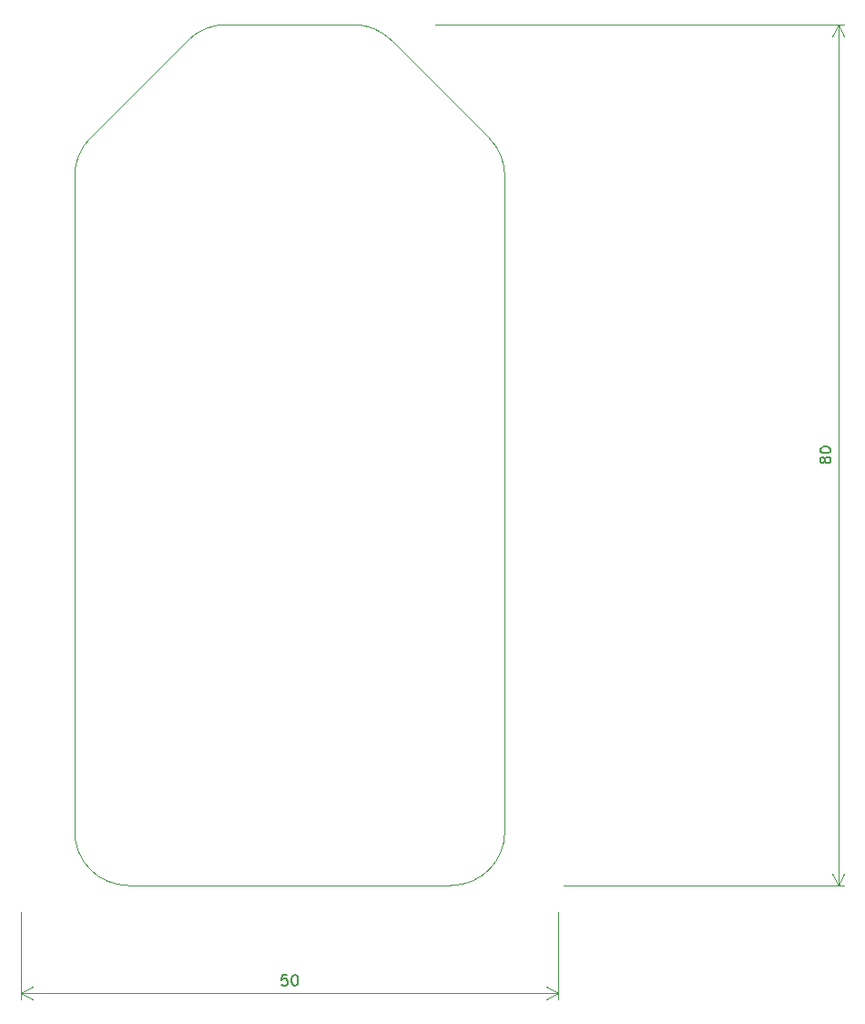
<source format=gbr>
%TF.GenerationSoftware,KiCad,Pcbnew,9.0.0*%
%TF.CreationDate,2025-11-26T08:39:50+02:00*%
%TF.ProjectId,Start_Stop_Remote,53746172-745f-4537-946f-705f52656d6f,rev?*%
%TF.SameCoordinates,Original*%
%TF.FileFunction,Profile,NP*%
%FSLAX46Y46*%
G04 Gerber Fmt 4.6, Leading zero omitted, Abs format (unit mm)*
G04 Created by KiCad (PCBNEW 9.0.0) date 2025-11-26 08:39:50*
%MOMM*%
%LPD*%
G01*
G04 APERTURE LIST*
%TA.AperFunction,Profile*%
%ADD10C,0.050000*%
%TD*%
%ADD11C,0.150000*%
G04 APERTURE END LIST*
D10*
X15535534Y-1464466D02*
G75*
G02*
X19071068Y23I3535566J-3535534D01*
G01*
X45000000Y-75000000D02*
X45000000Y-14071068D01*
X6464466Y-10535534D02*
X15535534Y-1464466D01*
X43535534Y-10535534D02*
X34464466Y-1464466D01*
X19071068Y0D02*
X30928932Y0D01*
X10000000Y-80000000D02*
X40000000Y-80000000D01*
X5000000Y-14071068D02*
G75*
G02*
X6464441Y-10535509I5000200J-32D01*
G01*
X45000000Y-75000000D02*
G75*
G02*
X40000000Y-80000000I-5000000J0D01*
G01*
X10000000Y-80000000D02*
G75*
G02*
X5000000Y-75000000I0J5000000D01*
G01*
X5000000Y-14071068D02*
X5000000Y-75000000D01*
X30928932Y0D02*
G75*
G02*
X34464491Y-1464441I-32J-5000200D01*
G01*
X43535534Y-10535534D02*
G75*
G02*
X44999981Y-14071068I-3535434J-3535466D01*
G01*
D11*
X24761904Y-88304819D02*
X24285714Y-88304819D01*
X24285714Y-88304819D02*
X24238095Y-88781009D01*
X24238095Y-88781009D02*
X24285714Y-88733390D01*
X24285714Y-88733390D02*
X24380952Y-88685771D01*
X24380952Y-88685771D02*
X24619047Y-88685771D01*
X24619047Y-88685771D02*
X24714285Y-88733390D01*
X24714285Y-88733390D02*
X24761904Y-88781009D01*
X24761904Y-88781009D02*
X24809523Y-88876247D01*
X24809523Y-88876247D02*
X24809523Y-89114342D01*
X24809523Y-89114342D02*
X24761904Y-89209580D01*
X24761904Y-89209580D02*
X24714285Y-89257200D01*
X24714285Y-89257200D02*
X24619047Y-89304819D01*
X24619047Y-89304819D02*
X24380952Y-89304819D01*
X24380952Y-89304819D02*
X24285714Y-89257200D01*
X24285714Y-89257200D02*
X24238095Y-89209580D01*
X25428571Y-88304819D02*
X25523809Y-88304819D01*
X25523809Y-88304819D02*
X25619047Y-88352438D01*
X25619047Y-88352438D02*
X25666666Y-88400057D01*
X25666666Y-88400057D02*
X25714285Y-88495295D01*
X25714285Y-88495295D02*
X25761904Y-88685771D01*
X25761904Y-88685771D02*
X25761904Y-88923866D01*
X25761904Y-88923866D02*
X25714285Y-89114342D01*
X25714285Y-89114342D02*
X25666666Y-89209580D01*
X25666666Y-89209580D02*
X25619047Y-89257200D01*
X25619047Y-89257200D02*
X25523809Y-89304819D01*
X25523809Y-89304819D02*
X25428571Y-89304819D01*
X25428571Y-89304819D02*
X25333333Y-89257200D01*
X25333333Y-89257200D02*
X25285714Y-89209580D01*
X25285714Y-89209580D02*
X25238095Y-89114342D01*
X25238095Y-89114342D02*
X25190476Y-88923866D01*
X25190476Y-88923866D02*
X25190476Y-88685771D01*
X25190476Y-88685771D02*
X25238095Y-88495295D01*
X25238095Y-88495295D02*
X25285714Y-88400057D01*
X25285714Y-88400057D02*
X25333333Y-88352438D01*
X25333333Y-88352438D02*
X25428571Y-88304819D01*
D10*
X0Y-82500000D02*
X0Y-90586420D01*
X50000000Y-90586420D02*
X50000000Y-82500000D01*
X0Y-90000000D02*
X50000000Y-90000000D01*
X0Y-90000000D02*
X50000000Y-90000000D01*
X0Y-90000000D02*
X1126504Y-89413579D01*
X0Y-90000000D02*
X1126504Y-90586421D01*
X50000000Y-90000000D02*
X48873496Y-90586421D01*
X50000000Y-90000000D02*
X48873496Y-89413579D01*
X0Y-90000000D02*
X50000000Y-90000000D01*
X0Y-90000000D02*
X50000000Y-90000000D01*
X0Y-90000000D02*
X1126504Y-89413579D01*
X0Y-90000000D02*
X1126504Y-90586421D01*
X50000000Y-90000000D02*
X48873496Y-90586421D01*
X50000000Y-90000000D02*
X48873496Y-89413579D01*
D11*
X74733390Y-40571428D02*
X74685771Y-40666666D01*
X74685771Y-40666666D02*
X74638152Y-40714285D01*
X74638152Y-40714285D02*
X74542914Y-40761904D01*
X74542914Y-40761904D02*
X74495295Y-40761904D01*
X74495295Y-40761904D02*
X74400057Y-40714285D01*
X74400057Y-40714285D02*
X74352438Y-40666666D01*
X74352438Y-40666666D02*
X74304819Y-40571428D01*
X74304819Y-40571428D02*
X74304819Y-40380952D01*
X74304819Y-40380952D02*
X74352438Y-40285714D01*
X74352438Y-40285714D02*
X74400057Y-40238095D01*
X74400057Y-40238095D02*
X74495295Y-40190476D01*
X74495295Y-40190476D02*
X74542914Y-40190476D01*
X74542914Y-40190476D02*
X74638152Y-40238095D01*
X74638152Y-40238095D02*
X74685771Y-40285714D01*
X74685771Y-40285714D02*
X74733390Y-40380952D01*
X74733390Y-40380952D02*
X74733390Y-40571428D01*
X74733390Y-40571428D02*
X74781009Y-40666666D01*
X74781009Y-40666666D02*
X74828628Y-40714285D01*
X74828628Y-40714285D02*
X74923866Y-40761904D01*
X74923866Y-40761904D02*
X75114342Y-40761904D01*
X75114342Y-40761904D02*
X75209580Y-40714285D01*
X75209580Y-40714285D02*
X75257200Y-40666666D01*
X75257200Y-40666666D02*
X75304819Y-40571428D01*
X75304819Y-40571428D02*
X75304819Y-40380952D01*
X75304819Y-40380952D02*
X75257200Y-40285714D01*
X75257200Y-40285714D02*
X75209580Y-40238095D01*
X75209580Y-40238095D02*
X75114342Y-40190476D01*
X75114342Y-40190476D02*
X74923866Y-40190476D01*
X74923866Y-40190476D02*
X74828628Y-40238095D01*
X74828628Y-40238095D02*
X74781009Y-40285714D01*
X74781009Y-40285714D02*
X74733390Y-40380952D01*
X74304819Y-39571428D02*
X74304819Y-39476190D01*
X74304819Y-39476190D02*
X74352438Y-39380952D01*
X74352438Y-39380952D02*
X74400057Y-39333333D01*
X74400057Y-39333333D02*
X74495295Y-39285714D01*
X74495295Y-39285714D02*
X74685771Y-39238095D01*
X74685771Y-39238095D02*
X74923866Y-39238095D01*
X74923866Y-39238095D02*
X75114342Y-39285714D01*
X75114342Y-39285714D02*
X75209580Y-39333333D01*
X75209580Y-39333333D02*
X75257200Y-39380952D01*
X75257200Y-39380952D02*
X75304819Y-39476190D01*
X75304819Y-39476190D02*
X75304819Y-39571428D01*
X75304819Y-39571428D02*
X75257200Y-39666666D01*
X75257200Y-39666666D02*
X75209580Y-39714285D01*
X75209580Y-39714285D02*
X75114342Y-39761904D01*
X75114342Y-39761904D02*
X74923866Y-39809523D01*
X74923866Y-39809523D02*
X74685771Y-39809523D01*
X74685771Y-39809523D02*
X74495295Y-39761904D01*
X74495295Y-39761904D02*
X74400057Y-39714285D01*
X74400057Y-39714285D02*
X74352438Y-39666666D01*
X74352438Y-39666666D02*
X74304819Y-39571428D01*
D10*
X50500000Y-80000000D02*
X76586420Y-80000000D01*
X76586420Y0D02*
X38500000Y0D01*
X76000000Y-80000000D02*
X76000000Y0D01*
X76000000Y-80000000D02*
X76000000Y0D01*
X76000000Y-80000000D02*
X75413579Y-78873496D01*
X76000000Y-80000000D02*
X76586421Y-78873496D01*
X76000000Y0D02*
X76586421Y-1126504D01*
X76000000Y0D02*
X75413579Y-1126504D01*
X76000000Y-80000000D02*
X76000000Y0D01*
X76000000Y-80000000D02*
X76000000Y0D01*
X76000000Y-80000000D02*
X75413579Y-78873496D01*
X76000000Y-80000000D02*
X76586421Y-78873496D01*
X76000000Y0D02*
X76586421Y-1126504D01*
X76000000Y0D02*
X75413579Y-1126504D01*
M02*

</source>
